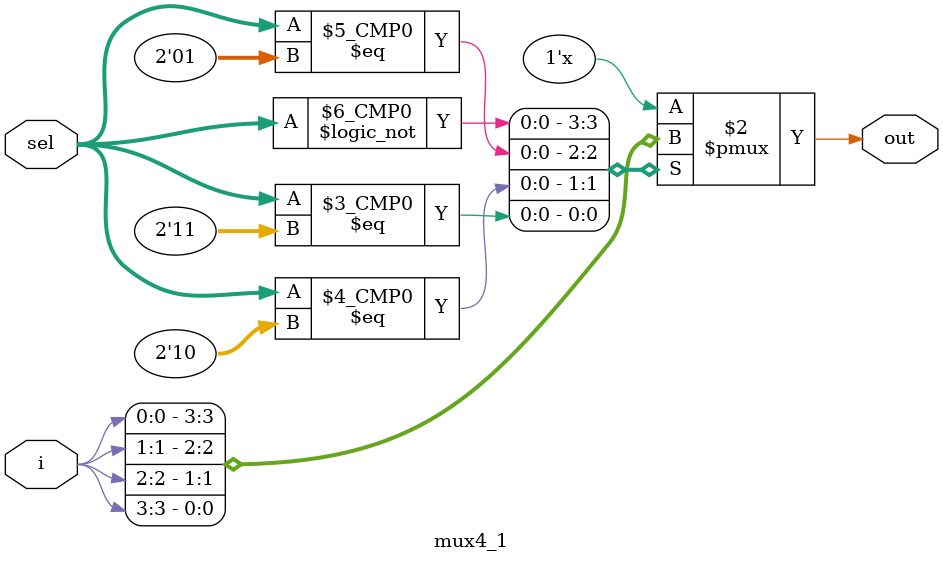
<source format=v>
/********************************************************************************************
Copyright 2019 - Maven Silicon Softech Pvt Ltd. 
 
All Rights Reserved.

This source code is an unpublished work belongs to Maven Silicon Softech Pvt Ltd.

It is not to be shared with or used by any third parties who have not enrolled for our paid training 

courses or received any written authorization from Maven Silicon.


Webpage     :      www.maven-silicon.com

Filename    :	   mux4_1.v   

Description :      Mux 4:1 design

Author Name :      Susmita

Version     :      1.0
*********************************************************************************************/
 
module mux4_1(i,sel,out);

   //Step1 : Define the port directions with proper size & datatypes 

   input [3:0]i;
   input [1:0]sel;
   output reg out; 
   //Step2 : Write the MUX behaviour as a parallel logic using "case" 
   parameter s0=2'b00,s1=2'b01,s2=2'b10,s3=2'b11;
   
   always@(i,sel)
      begin
        case(sel)
            s0:out=i[0];
            s1:out=i[1];
            s2:out=i[2];
            s3:out=i[3];
         endcase 
       end
         
   	    

endmodule
		

</source>
